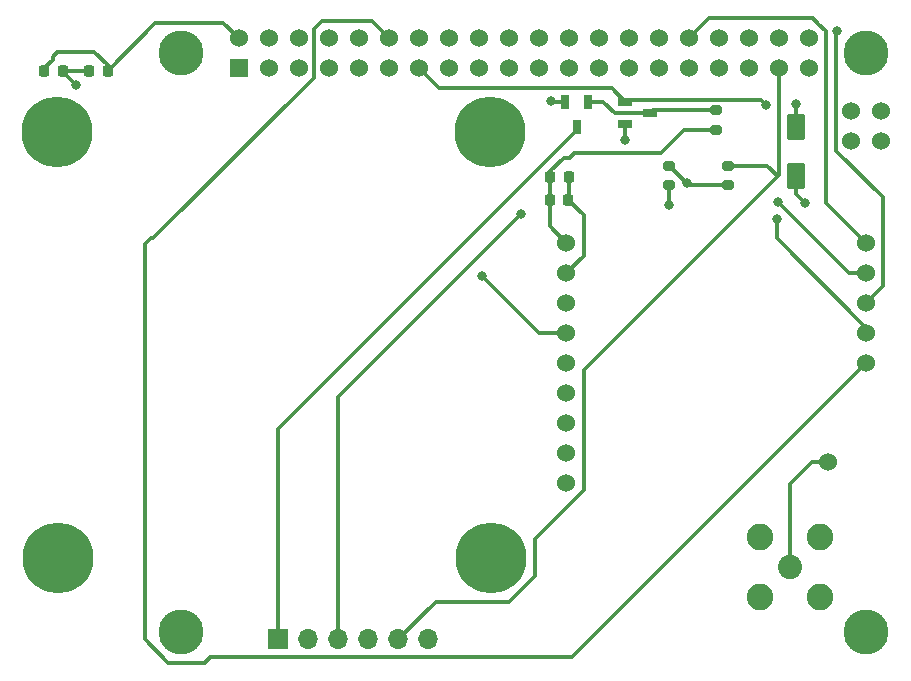
<source format=gtl>
%TF.GenerationSoftware,KiCad,Pcbnew,7.0.6-0*%
%TF.CreationDate,2024-03-05T22:32:29-08:00*%
%TF.ProjectId,New Groundstation,4e657720-4772-46f7-956e-647374617469,rev?*%
%TF.SameCoordinates,Original*%
%TF.FileFunction,Copper,L1,Top*%
%TF.FilePolarity,Positive*%
%FSLAX46Y46*%
G04 Gerber Fmt 4.6, Leading zero omitted, Abs format (unit mm)*
G04 Created by KiCad (PCBNEW 7.0.6-0) date 2024-03-05 22:32:29*
%MOMM*%
%LPD*%
G01*
G04 APERTURE LIST*
G04 Aperture macros list*
%AMRoundRect*
0 Rectangle with rounded corners*
0 $1 Rounding radius*
0 $2 $3 $4 $5 $6 $7 $8 $9 X,Y pos of 4 corners*
0 Add a 4 corners polygon primitive as box body*
4,1,4,$2,$3,$4,$5,$6,$7,$8,$9,$2,$3,0*
0 Add four circle primitives for the rounded corners*
1,1,$1+$1,$2,$3*
1,1,$1+$1,$4,$5*
1,1,$1+$1,$6,$7*
1,1,$1+$1,$8,$9*
0 Add four rect primitives between the rounded corners*
20,1,$1+$1,$2,$3,$4,$5,0*
20,1,$1+$1,$4,$5,$6,$7,0*
20,1,$1+$1,$6,$7,$8,$9,0*
20,1,$1+$1,$8,$9,$2,$3,0*%
G04 Aperture macros list end*
%TA.AperFunction,SMDPad,CuDef*%
%ADD10RoundRect,0.225000X-0.225000X-0.250000X0.225000X-0.250000X0.225000X0.250000X-0.225000X0.250000X0*%
%TD*%
%TA.AperFunction,SMDPad,CuDef*%
%ADD11RoundRect,0.042000X-0.258000X0.573000X-0.258000X-0.573000X0.258000X-0.573000X0.258000X0.573000X0*%
%TD*%
%TA.AperFunction,SMDPad,CuDef*%
%ADD12RoundRect,0.200000X0.275000X-0.200000X0.275000X0.200000X-0.275000X0.200000X-0.275000X-0.200000X0*%
%TD*%
%TA.AperFunction,ComponentPad*%
%ADD13R,1.524000X1.524000*%
%TD*%
%TA.AperFunction,ComponentPad*%
%ADD14C,1.524000*%
%TD*%
%TA.AperFunction,ComponentPad*%
%ADD15C,3.812400*%
%TD*%
%TA.AperFunction,SMDPad,CuDef*%
%ADD16RoundRect,0.200000X-0.275000X0.200000X-0.275000X-0.200000X0.275000X-0.200000X0.275000X0.200000X0*%
%TD*%
%TA.AperFunction,ComponentPad*%
%ADD17C,6.000000*%
%TD*%
%TA.AperFunction,ComponentPad*%
%ADD18C,2.050000*%
%TD*%
%TA.AperFunction,ComponentPad*%
%ADD19C,2.250000*%
%TD*%
%TA.AperFunction,SMDPad,CuDef*%
%ADD20RoundRect,0.225000X0.225000X0.250000X-0.225000X0.250000X-0.225000X-0.250000X0.225000X-0.250000X0*%
%TD*%
%TA.AperFunction,SMDPad,CuDef*%
%ADD21RoundRect,0.042000X-0.573000X-0.258000X0.573000X-0.258000X0.573000X0.258000X-0.573000X0.258000X0*%
%TD*%
%TA.AperFunction,ComponentPad*%
%ADD22R,1.700000X1.700000*%
%TD*%
%TA.AperFunction,ComponentPad*%
%ADD23O,1.700000X1.700000*%
%TD*%
%TA.AperFunction,SMDPad,CuDef*%
%ADD24RoundRect,0.168300X0.596700X-0.936700X0.596700X0.936700X-0.596700X0.936700X-0.596700X-0.936700X0*%
%TD*%
%TA.AperFunction,ViaPad*%
%ADD25C,0.800000*%
%TD*%
%TA.AperFunction,Conductor*%
%ADD26C,0.349250*%
%TD*%
G04 APERTURE END LIST*
D10*
%TO.P,C3,1,1*%
%TO.N,+5V*%
X142543937Y-84582000D03*
%TO.P,C3,2,2*%
%TO.N,GND*%
X144093937Y-84582000D03*
%TD*%
D11*
%TO.P,Q1,1*%
%TO.N,Net-(Q1-Pad1)*%
X145792937Y-76283000D03*
%TO.P,Q1,2*%
%TO.N,GND*%
X143892937Y-76283000D03*
%TO.P,Q1,3*%
%TO.N,PA_PTT*%
X144842937Y-78403000D03*
%TD*%
D12*
%TO.P,R2,1,1*%
%TO.N,GND*%
X157669937Y-83375000D03*
%TO.P,R2,2,2*%
%TO.N,RX_CTRL*%
X157669937Y-81725000D03*
%TD*%
D13*
%TO.P,U2,1,3V3*%
%TO.N,unconnected-(U2-3V3-Pad1)*%
X116223937Y-73469886D03*
D14*
%TO.P,U2,2,5V*%
%TO.N,+5V*%
X116223937Y-70929886D03*
%TO.P,U2,3,GPIO2/SDA1*%
%TO.N,unconnected-(U2-GPIO2{slash}SDA1-Pad3)*%
X118763937Y-73469886D03*
%TO.P,U2,4,5V*%
%TO.N,+5V*%
X118763937Y-70929886D03*
%TO.P,U2,5,GPIO3/SCL1*%
%TO.N,unconnected-(U2-GPIO3{slash}SCL1-Pad5)*%
X121303937Y-73469886D03*
%TO.P,U2,6,GND*%
%TO.N,GND*%
X121303937Y-70929886D03*
%TO.P,U2,7,GPIO4/GPIO_GCKL*%
%TO.N,unconnected-(U2-GPIO4{slash}GPIO_GCKL-Pad7)*%
X123843937Y-73469886D03*
%TO.P,U2,8,GPIO14/TXD0*%
%TO.N,unconnected-(U2-GPIO14{slash}TXD0-Pad8)*%
X123843937Y-70929886D03*
%TO.P,U2,9,GND*%
%TO.N,GND*%
X126383937Y-73469886D03*
%TO.P,U2,10,GPIO15/RXD0*%
%TO.N,unconnected-(U2-GPIO15{slash}RXD0-Pad10)*%
X126383937Y-70929886D03*
%TO.P,U2,11,GPIO17/GPIO_GEN0*%
%TO.N,/DIO0*%
X128923937Y-73469886D03*
%TO.P,U2,12,GPIO18/GPIO_GEN1*%
%TO.N,/DIO5*%
X128923937Y-70929886D03*
%TO.P,U2,13,GPIO27/GPIO_GEN2*%
%TO.N,/PTT_OUT*%
X131463937Y-73469886D03*
%TO.P,U2,14,GND*%
%TO.N,GND*%
X131463937Y-70929886D03*
%TO.P,U2,15,GPIO22/GPIO_GEN3*%
%TO.N,TX_CTRL*%
X134003937Y-73469886D03*
%TO.P,U2,16,GPIO23/GPIO_GEN4*%
%TO.N,unconnected-(U2-GPIO23{slash}GPIO_GEN4-Pad16)*%
X134003937Y-70929886D03*
%TO.P,U2,17,3V3*%
%TO.N,unconnected-(U2-3V3-Pad1)*%
X136543937Y-73469886D03*
%TO.P,U2,18,GPIO24/GPIO_GEN5*%
%TO.N,unconnected-(U2-GPIO24{slash}GPIO_GEN5-Pad18)*%
X136543937Y-70929886D03*
%TO.P,U2,19,GPIO10/SPI_MOSI*%
%TO.N,/MOSI*%
X139083937Y-73469886D03*
%TO.P,U2,20,GND*%
%TO.N,GND*%
X139083937Y-70929886D03*
%TO.P,U2,21,GPIO9/SPI_MISO*%
%TO.N,/MISO*%
X141623937Y-73469886D03*
%TO.P,U2,22,GPIO25/GPIO_GEN6*%
%TO.N,unconnected-(U2-GPIO25{slash}GPIO_GEN6-Pad22)*%
X141623937Y-70929886D03*
%TO.P,U2,23,GPIO11/SPI_SCLK*%
%TO.N,/SCK*%
X144163937Y-73469886D03*
%TO.P,U2,24,GPIO8/~{SPI_CE0}*%
%TO.N,unconnected-(U2-GPIO8{slash}~{SPI_CE0}-Pad24)*%
X144163937Y-70929886D03*
%TO.P,U2,25,GND*%
%TO.N,GND*%
X146703937Y-73469886D03*
%TO.P,U2,26,GPIO7/~{SPI_CE1}*%
%TO.N,/CS*%
X146703937Y-70929886D03*
%TO.P,U2,27,ID_SD*%
%TO.N,unconnected-(U2-ID_SD-Pad27)*%
X149243937Y-73469886D03*
%TO.P,U2,28,ID_SC*%
%TO.N,/PTT_IN*%
X149243937Y-70929886D03*
%TO.P,U2,29,GPIO5*%
%TO.N,unconnected-(U2-GPIO5-Pad29)*%
X151783937Y-73469886D03*
%TO.P,U2,30,GND*%
%TO.N,GND*%
X151783937Y-70929886D03*
%TO.P,U2,31,GPIO6*%
%TO.N,/RST*%
X154323937Y-73469886D03*
%TO.P,U2,32,GPIO12*%
%TO.N,/DIO1*%
X154323937Y-70929886D03*
%TO.P,U2,33,GPIO13*%
%TO.N,/DIO2*%
X156863937Y-73469886D03*
%TO.P,U2,34,GND*%
%TO.N,GND*%
X156863937Y-70929886D03*
%TO.P,U2,35,GPIO19*%
%TO.N,/DIO4*%
X159403937Y-73469886D03*
%TO.P,U2,36,GPIO16*%
%TO.N,/DIO3*%
X159403937Y-70929886D03*
%TO.P,U2,37,GPIO26*%
%TO.N,RX_CTRL*%
X161943937Y-73469886D03*
%TO.P,U2,38,GPIO20*%
%TO.N,/enable*%
X161943937Y-70929886D03*
%TO.P,U2,39,GND*%
%TO.N,GND*%
X164483937Y-73469886D03*
%TO.P,U2,40,GPIO21*%
%TO.N,unconnected-(U2-GPIO21-Pad40)*%
X164483937Y-70929886D03*
%TO.P,U2,41,TR01*%
%TO.N,unconnected-(U2-TR01-Pad41)*%
X170583937Y-79592886D03*
%TO.P,U2,42,TR00*%
%TO.N,unconnected-(U2-TR00-Pad42)*%
X170583937Y-77052886D03*
%TO.P,U2,43,TR03*%
%TO.N,unconnected-(U2-TR03-Pad43)*%
X168043937Y-79592886D03*
%TO.P,U2,44,TR02*%
%TO.N,unconnected-(U2-TR02-Pad44)*%
X168043937Y-77052886D03*
D15*
%TO.P,U2,S1,SHIELD*%
%TO.N,GND*%
X111353937Y-72199886D03*
%TO.P,U2,S2,SHIELD*%
X169353937Y-72199886D03*
%TO.P,U2,S3,SHIELD*%
X169353937Y-121199886D03*
%TO.P,U2,S4,SHIELD*%
X111353937Y-121199886D03*
%TD*%
D16*
%TO.P,R1,1,1*%
%TO.N,GND*%
X152619937Y-81725000D03*
%TO.P,R1,2,2*%
%TO.N,TX_CTRL*%
X152619937Y-83375000D03*
%TD*%
D17*
%TO.P,U1,4,GND*%
%TO.N,GND*%
X100853937Y-78835000D03*
X100953937Y-114935000D03*
X137503937Y-78835000D03*
X137603937Y-114935000D03*
%TD*%
D14*
%TO.P,RMF96W1,1,Vin*%
%TO.N,+5V*%
X143974575Y-88237234D03*
%TO.P,RMF96W1,2,GND*%
%TO.N,GND*%
X143974575Y-90777234D03*
%TO.P,RMF96W1,3,EN*%
%TO.N,/enable*%
X143974575Y-93317234D03*
%TO.P,RMF96W1,4,DIO0*%
%TO.N,/DIO0*%
X143974575Y-95857234D03*
%TO.P,RMF96W1,5,SCK_5V*%
%TO.N,/SCK_5V*%
X143974575Y-98397234D03*
%TO.P,RMF96W1,6,MISO_3V*%
%TO.N,/MOSI_5V*%
X143974575Y-100937234D03*
%TO.P,RMF96W1,7,MOSI_5V*%
%TO.N,/MISO_3V*%
X143974575Y-103477234D03*
%TO.P,RMF96W1,8,CS_5V*%
%TO.N,/CS_5V*%
X143974575Y-106017234D03*
%TO.P,RMF96W1,9,RST_5V*%
%TO.N,/RST_5V*%
X143974575Y-108557234D03*
%TO.P,RMF96W1,10,DIO1*%
%TO.N,/DIO1*%
X169361899Y-88289567D03*
%TO.P,RMF96W1,11,DIO2*%
%TO.N,/DIO2*%
X169361899Y-90829567D03*
%TO.P,RMF96W1,12,DIO3*%
%TO.N,/DIO3*%
X169361899Y-93369567D03*
%TO.P,RMF96W1,13,DIO4*%
%TO.N,/DIO4*%
X169361899Y-95909567D03*
%TO.P,RMF96W1,14,DIO5*%
%TO.N,/DIO5*%
X169361899Y-98449567D03*
%TO.P,RMF96W1,15,Antenna*%
%TO.N,Net-(J1-In)*%
X166085299Y-106780767D03*
%TD*%
D10*
%TO.P,C1,1,1*%
%TO.N,+5V*%
X99757937Y-73660000D03*
%TO.P,C1,2,2*%
%TO.N,GND*%
X101307937Y-73660000D03*
%TD*%
D18*
%TO.P,J1,1,In*%
%TO.N,Net-(J1-In)*%
X162876937Y-115697000D03*
D19*
%TO.P,J1,2,Ext*%
%TO.N,GND*%
X160336937Y-113157000D03*
X160336937Y-118237000D03*
X165416937Y-113157000D03*
X165416937Y-118237000D03*
%TD*%
D20*
%TO.P,C2,1,1*%
%TO.N,+5V*%
X105117937Y-73660000D03*
%TO.P,C2,2,2*%
%TO.N,GND*%
X103567937Y-73660000D03*
%TD*%
D10*
%TO.P,C4,1,1*%
%TO.N,+5V*%
X142607737Y-82702400D03*
%TO.P,C4,2,2*%
%TO.N,GND*%
X144157737Y-82702400D03*
%TD*%
D21*
%TO.P,Q2,1*%
%TO.N,/PTT_OUT*%
X148955937Y-76291114D03*
%TO.P,Q2,2*%
%TO.N,GND*%
X148955937Y-78191114D03*
%TO.P,Q2,3*%
%TO.N,Net-(Q1-Pad1)*%
X151075937Y-77241114D03*
%TD*%
D16*
%TO.P,R3,1,1*%
%TO.N,Net-(Q1-Pad1)*%
X156653937Y-77026000D03*
%TO.P,R3,2,2*%
%TO.N,+5V*%
X156653937Y-78676000D03*
%TD*%
D22*
%TO.P,J2,1,Pin_1*%
%TO.N,PA_PTT*%
X119569937Y-121793000D03*
D23*
%TO.P,J2,2,Pin_2*%
%TO.N,LNA_PTT*%
X122109937Y-121793000D03*
%TO.P,J2,3,Pin_3*%
%TO.N,/PTT_IN*%
X124649937Y-121793000D03*
%TO.P,J2,4,Pin_4*%
%TO.N,TX_CTRL*%
X127189937Y-121793000D03*
%TO.P,J2,5,Pin_5*%
%TO.N,RX_CTRL*%
X129729937Y-121793000D03*
%TO.P,J2,6,Pin_6*%
%TO.N,GND*%
X132269937Y-121793000D03*
%TD*%
D24*
%TO.P,D2,A*%
%TO.N,/PTT_OUT*%
X163384937Y-78468000D03*
%TO.P,D2,C*%
%TO.N,LNA_PTT*%
X163384937Y-82568000D03*
%TD*%
D25*
%TO.N,GND*%
X148932337Y-79552800D03*
X142658537Y-76250800D03*
X102450337Y-74879200D03*
X154158947Y-83190790D03*
%TO.N,LNA_PTT*%
X164146937Y-84886800D03*
%TO.N,/PTT_IN*%
X140131237Y-85813900D03*
%TO.N,/PTT_OUT*%
X160861812Y-76581000D03*
X163410337Y-76504800D03*
%TO.N,/DIO0*%
X136816537Y-91008200D03*
%TO.N,TX_CTRL*%
X152666137Y-85013800D03*
%TO.N,/DIO2*%
X161911737Y-84810600D03*
%TO.N,/DIO4*%
X161767621Y-86196840D03*
%TO.N,/DIO3*%
X166864737Y-70281800D03*
%TD*%
D26*
%TO.N,GND*%
X144157737Y-82702400D02*
X144157737Y-84518200D01*
X145419200Y-89332609D02*
X143974575Y-90777234D01*
X152619937Y-81725000D02*
X152693157Y-81725000D01*
X142690737Y-76283000D02*
X142658537Y-76250800D01*
X157669937Y-83375000D02*
X154343157Y-83375000D01*
X154343157Y-83375000D02*
X154158947Y-83190790D01*
X143892937Y-76283000D02*
X142690737Y-76283000D01*
X148955937Y-78191114D02*
X148955937Y-79529200D01*
X101307937Y-73736800D02*
X102450337Y-74879200D01*
X152693157Y-81725000D02*
X154158947Y-83190790D01*
X144093937Y-84582000D02*
X145419200Y-85907263D01*
X101307937Y-73660000D02*
X101307937Y-73736800D01*
X145419200Y-85907263D02*
X145419200Y-89332609D01*
X148955937Y-79529200D02*
X148932337Y-79552800D01*
X144157737Y-84518200D02*
X144093937Y-84582000D01*
X103567937Y-73660000D02*
X101307937Y-73660000D01*
%TO.N,LNA_PTT*%
X163384937Y-82568000D02*
X163384937Y-84124800D01*
X163384937Y-84124800D02*
X164146937Y-84886800D01*
%TO.N,/PTT_IN*%
X124649937Y-101295200D02*
X140131237Y-85813900D01*
X124649937Y-121793000D02*
X124649937Y-104724200D01*
X124649937Y-104724200D02*
X124649937Y-101295200D01*
%TO.N,/PTT_OUT*%
X163410337Y-78442600D02*
X163384937Y-78468000D01*
X149103676Y-76143375D02*
X160424187Y-76143375D01*
X133146426Y-75152375D02*
X131463937Y-73469886D01*
X148955937Y-76291114D02*
X149103676Y-76143375D01*
X148955937Y-76291114D02*
X147817198Y-75152375D01*
X163410337Y-76504800D02*
X163410337Y-78442600D01*
X160424187Y-76143375D02*
X160861812Y-76581000D01*
X147817198Y-75152375D02*
X133146426Y-75152375D01*
%TO.N,/DIO0*%
X143974575Y-95857234D02*
X141665571Y-95857234D01*
X141665571Y-95857234D02*
X136816537Y-91008200D01*
%TO.N,/DIO5*%
X122573937Y-74242895D02*
X109003537Y-87813295D01*
X127479312Y-69485261D02*
X123245553Y-69485261D01*
X108794842Y-87813295D02*
X108292337Y-88315800D01*
X128923937Y-70929886D02*
X127479312Y-69485261D01*
X109003537Y-87813295D02*
X108794842Y-87813295D01*
X122573937Y-70156877D02*
X122573937Y-74242895D01*
X110281610Y-123788711D02*
X113349676Y-123788711D01*
X108292337Y-88315800D02*
X108292337Y-121799438D01*
X113812762Y-123325625D02*
X144485841Y-123325625D01*
X144485841Y-123325625D02*
X169361899Y-98449567D01*
X108292337Y-121799438D02*
X110281610Y-123788711D01*
X113349676Y-123788711D02*
X113812762Y-123325625D01*
X123245553Y-69485261D02*
X122573937Y-70156877D01*
%TO.N,TX_CTRL*%
X152666137Y-83421200D02*
X152619937Y-83375000D01*
X152666137Y-85013800D02*
X152666137Y-83421200D01*
%TO.N,/DIO1*%
X156013423Y-69240400D02*
X154323937Y-70929886D01*
X164858137Y-69240400D02*
X156013423Y-69240400D01*
X165294660Y-69676923D02*
X164858137Y-69240400D01*
X169361899Y-88289567D02*
X165928562Y-84856230D01*
X165294660Y-69697600D02*
X165294660Y-69676923D01*
X165928562Y-84856230D02*
X165928562Y-70331502D01*
X165928562Y-70331502D02*
X165294660Y-69697600D01*
%TO.N,/DIO2*%
X167930704Y-90829567D02*
X161911737Y-84810600D01*
X169361899Y-90829567D02*
X167930704Y-90829567D01*
%TO.N,/DIO4*%
X161767621Y-87818298D02*
X161767621Y-86196840D01*
X169361899Y-95412576D02*
X161767621Y-87818298D01*
X169361899Y-95909567D02*
X169361899Y-95412576D01*
%TO.N,/DIO3*%
X166839337Y-80431295D02*
X166839337Y-70307200D01*
X166839337Y-70307200D02*
X166864737Y-70281800D01*
X170806524Y-91924942D02*
X170806524Y-84398482D01*
X170806524Y-84398482D02*
X166839337Y-80431295D01*
X169361899Y-93369567D02*
X170806524Y-91924942D01*
%TO.N,RX_CTRL*%
X132905312Y-118617625D02*
X139129331Y-118617625D01*
X160985137Y-81725000D02*
X161848237Y-82588100D01*
X145419200Y-109155618D02*
X145419200Y-99017137D01*
X157669937Y-81725000D02*
X160985137Y-81725000D01*
X141286562Y-116460394D02*
X141286562Y-113288256D01*
X141286562Y-113288256D02*
X145419200Y-109155618D01*
X161943937Y-82492400D02*
X161943937Y-73469886D01*
X129729937Y-121793000D02*
X132905312Y-118617625D01*
X139129331Y-118617625D02*
X141286562Y-116460394D01*
X145419200Y-99017137D02*
X161848237Y-82588100D01*
X161848237Y-82588100D02*
X161943937Y-82492400D01*
%TO.N,PA_PTT*%
X119569937Y-103981624D02*
X144842937Y-78708624D01*
X144842937Y-78708624D02*
X144842937Y-78403000D01*
X119569937Y-121793000D02*
X119569937Y-103981624D01*
%TO.N,+5V*%
X144239913Y-81026000D02*
X144623538Y-80642375D01*
X142543937Y-84582000D02*
X142543937Y-86806596D01*
X144239913Y-81026000D02*
X143737895Y-81026000D01*
X103999737Y-72085200D02*
X105117937Y-73203400D01*
X142607737Y-82156158D02*
X142607737Y-82702400D01*
X142607737Y-82702400D02*
X142607737Y-84518200D01*
X114905112Y-69611061D02*
X116223937Y-70929886D01*
X142543937Y-86806596D02*
X143974575Y-88237234D01*
X109166876Y-69611061D02*
X114905112Y-69611061D01*
X143737895Y-81026000D02*
X142607737Y-82156158D01*
X100481986Y-72727375D02*
X100481986Y-72478751D01*
X99757937Y-73660000D02*
X99757937Y-73451424D01*
X142607737Y-84518200D02*
X142543937Y-84582000D01*
X144623538Y-80642375D02*
X151979342Y-80642375D01*
X151979342Y-80642375D02*
X153945717Y-78676000D01*
X100481986Y-72478751D02*
X100875537Y-72085200D01*
X156653937Y-78676000D02*
X153945717Y-78676000D01*
X105117937Y-73203400D02*
X105117937Y-73660000D01*
X99757937Y-73451424D02*
X100481986Y-72727375D01*
X105117937Y-73660000D02*
X109166876Y-69611061D01*
X100875537Y-72085200D02*
X103999737Y-72085200D01*
%TO.N,Net-(J1-In)*%
X164757370Y-106780767D02*
X162876937Y-108661200D01*
X162876937Y-108661200D02*
X162876937Y-115697000D01*
X166085299Y-106780767D02*
X164757370Y-106780767D01*
%TO.N,Net-(Q1-Pad1)*%
X147092048Y-76283000D02*
X148050162Y-77241114D01*
X151291051Y-77026000D02*
X151075937Y-77241114D01*
X145792937Y-76283000D02*
X147092048Y-76283000D01*
X156653937Y-77026000D02*
X151291051Y-77026000D01*
X148050162Y-77241114D02*
X151075937Y-77241114D01*
%TD*%
M02*

</source>
